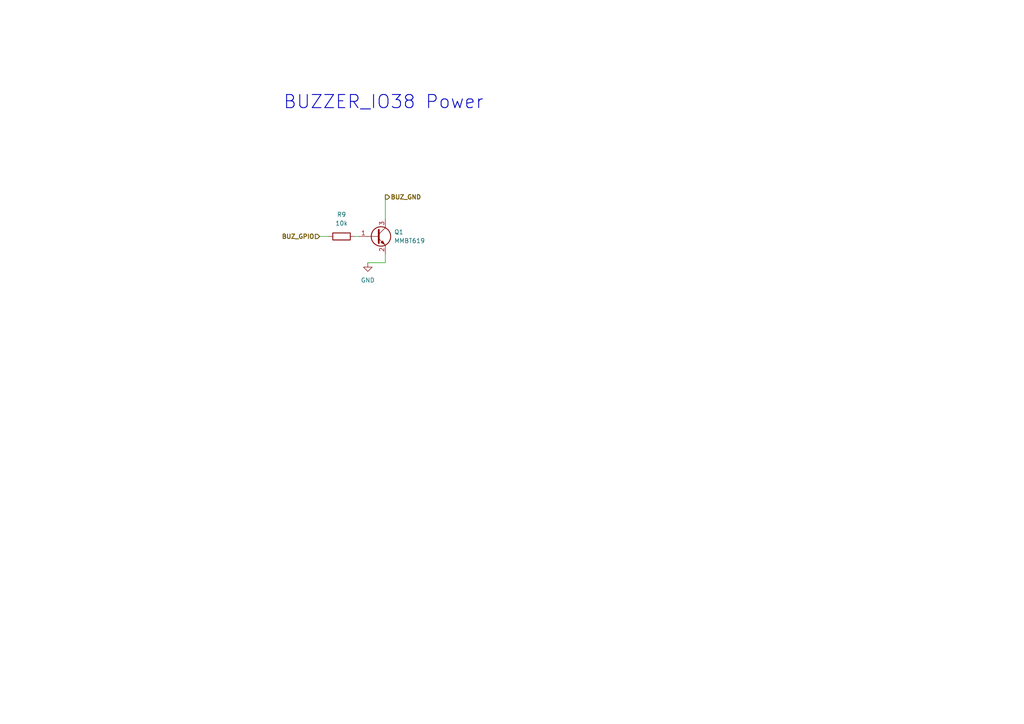
<source format=kicad_sch>
(kicad_sch (version 20250114) (generator "eeschema") (generator_version "9.0")
  (paper "A4")
  (title_block (title "Buzzer Power") (date "2026-01-27") (rev "V2") (company "The Retrievers | Designed by aids") (comment 1 "Balls"))
  (lib_symbols
    (symbol "Device:R" (pin_numbers (hide yes)) (pin_names (offset 0))
      (property "Reference" "R" (at 2.032 0 90))
      (property "Value" "R" (at 0 0 90))
      (symbol "R_0_1"
        (rectangle (start -1.016 -2.54) (end 1.016 2.54) (stroke (width 0.254)))
      )
      (symbol "R_1_1"
        (pin passive line (at 0 3.81 270) (length 1.27) (name "~") (number "1"))
        (pin passive line (at 0 -3.81 90) (length 1.27) (name "~") (number "2"))
      )
    )
    (symbol "Transistor_BJT:Q_NPN_BEC" (pin_names (offset 0) (hide yes))
      (property "Reference" "Q" (at 5.08 1.27 0))
      (property "Value" "Q_NPN_BEC" (at 5.08 -1.27 0))
      (symbol "Q_NPN_BEC_0_1"
        (polyline (pts (xy -2.54 0) (xy 0.635 0)))
        (polyline (pts (xy 0.635 1.905) (xy 0.635 -1.905)) (stroke (width 0.508)))
        (circle (center 1.27 0) (radius 2.8194) (stroke (width 0.254)))
      )
      (symbol "Q_NPN_BEC_1_1"
        (polyline (pts (xy 0.635 0.635) (xy 2.54 2.54)))
        (polyline (pts (xy 0.635 -0.635) (xy 2.54 -2.54)))
        (polyline (pts (xy 1.27 -1.778) (xy 1.778 -1.27) (xy 2.286 -2.286) (xy 1.27 -1.778)) (fill (type outline)))
        (pin input line (at -5.08 0 0) (length 2.54) (name "B") (number "1"))
        (pin passive line (at 2.54 5.08 270) (length 2.54) (name "C") (number "3"))
        (pin passive line (at 2.54 -5.08 90) (length 2.54) (name "E") (number "2"))
      )
    )
    (symbol "power:GND" (power) (pin_numbers (hide yes)) (pin_names (offset 0) (hide yes))
      (property "Value" "GND" (at 0 -3.81 0))
      (symbol "GND_0_1"
        (polyline (pts (xy 0 0) (xy 0 -1.27) (xy 1.27 -1.27) (xy 0 -2.54) (xy -1.27 -1.27) (xy 0 -1.27)))
      )
      (symbol "GND_1_1"
        (pin power_in line (at 0 0 270) (length 0) (name "~") (number "1"))
      )
    )
  )
  (text "BUZZER_IO38 Power" (at 111.252 29.718 0) (effects (font (size 3.81 3.81) (thickness 0.254) (bold yes))))
  (wire (pts (xy 92.71 68.58) (xy 95.25 68.58)))
  (wire (pts (xy 106.68 76.2) (xy 111.76 76.2)))
  (wire (pts (xy 102.87 68.58) (xy 104.14 68.58)))
  (wire (pts (xy 111.76 76.2) (xy 111.76 73.66)))
  (wire (pts (xy 111.76 57.15) (xy 111.76 63.5)))
  (hierarchical_label "BUZ_GPIO" (shape input) (at 92.71 68.58 180) (effects (font (thickness 0.254) (bold yes))))
  (hierarchical_label "BUZ_GND" (shape output) (at 111.76 57.15 0) (effects (font (thickness 0.254) (bold yes))))
  (symbol (lib_id "Device:R") (at 99.06 68.58 90) (unit 1)
    (property "Reference" "R9" (at 99.06 62.23 90))
    (property "Value" "10k" (at 99.06 64.77 90))
    (property "Footprint" "Resistor_SMD:R_0805_2012Metric" (effects (hide yes)))
    (property "Description" "Resistor" (effects (hide yes)))
  )
  (symbol (lib_id "Transistor_BJT:Q_NPN_BEC") (at 109.22 68.58 0) (unit 1)
    (property "Reference" "Q1" (at 114.3 67.3099 0) (effects (justify left)))
    (property "Value" "MMBT619" (at 114.3 69.8499 0) (effects (justify left)))
    (property "Footprint" "Package_TO_SOT_SMD:SOT-23" (effects (hide yes)))
    (property "Description" "NPN transistor, base/emitter/collector" (effects (hide yes)))
  )
  (symbol (lib_id "power:GND") (at 106.68 76.2 0) (unit 1)
    (property "Reference" "#PWR047" (effects (hide yes)))
    (property "Value" "GND" (at 106.68 81.28 0))
    (property "Description" "Power symbol creates a global label with name \"GND\" , ground" (effects (hide yes)))
  )
)
</source>
